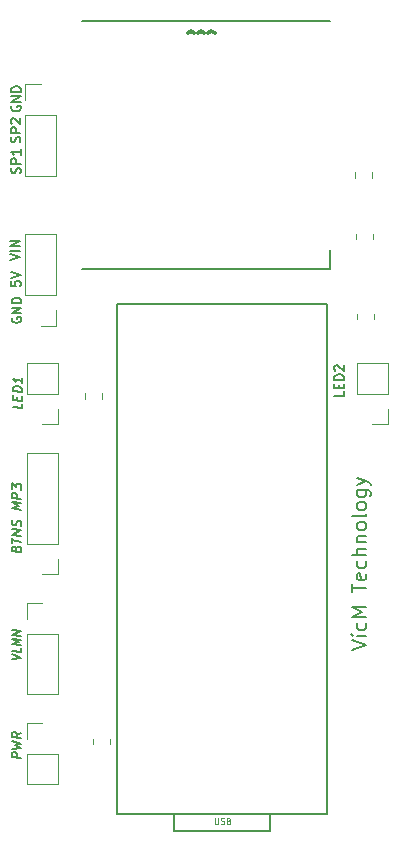
<source format=gto>
%TF.GenerationSoftware,KiCad,Pcbnew,(5.1.10)-1*%
%TF.CreationDate,2021-08-05T17:04:43+02:00*%
%TF.ProjectId,kiCAD_projects,6b694341-445f-4707-926f-6a656374732e,rev?*%
%TF.SameCoordinates,Original*%
%TF.FileFunction,Legend,Top*%
%TF.FilePolarity,Positive*%
%FSLAX46Y46*%
G04 Gerber Fmt 4.6, Leading zero omitted, Abs format (unit mm)*
G04 Created by KiCad (PCBNEW (5.1.10)-1) date 2021-08-05 17:04:43*
%MOMM*%
%LPD*%
G01*
G04 APERTURE LIST*
%ADD10C,0.150000*%
%ADD11C,0.100000*%
%ADD12C,0.300000*%
%ADD13C,0.120000*%
%ADD14C,0.200000*%
%ADD15C,0.075000*%
G04 APERTURE END LIST*
D10*
X512723084Y566634741D02*
X512723084Y566253789D01*
X511923084Y566253789D01*
X512304037Y566901408D02*
X512304037Y567168075D01*
X512723084Y567282360D02*
X512723084Y566901408D01*
X511923084Y566901408D01*
X511923084Y567282360D01*
X512723084Y567625218D02*
X511923084Y567625218D01*
X511923084Y567815694D01*
X511961180Y567929980D01*
X512037370Y568006170D01*
X512113560Y568044265D01*
X512265941Y568082360D01*
X512380227Y568082360D01*
X512532608Y568044265D01*
X512608799Y568006170D01*
X512684989Y567929980D01*
X512723084Y567815694D01*
X512723084Y567625218D01*
X511999275Y568387122D02*
X511961180Y568425218D01*
X511923084Y568501408D01*
X511923084Y568691884D01*
X511961180Y568768075D01*
X511999275Y568806170D01*
X512075465Y568844265D01*
X512151656Y568844265D01*
X512265941Y568806170D01*
X512723084Y568349027D01*
X512723084Y568844265D01*
X484628240Y572894536D02*
X484590144Y572818345D01*
X484590144Y572704060D01*
X484628240Y572589774D01*
X484704430Y572513583D01*
X484780620Y572475488D01*
X484933001Y572437393D01*
X485047287Y572437393D01*
X485199668Y572475488D01*
X485275859Y572513583D01*
X485352049Y572589774D01*
X485390144Y572704060D01*
X485390144Y572780250D01*
X485352049Y572894536D01*
X485313954Y572932631D01*
X485047287Y572932631D01*
X485047287Y572780250D01*
X485390144Y573275488D02*
X484590144Y573275488D01*
X485390144Y573732631D01*
X484590144Y573732631D01*
X485390144Y574113583D02*
X484590144Y574113583D01*
X484590144Y574304060D01*
X484628240Y574418345D01*
X484704430Y574494536D01*
X484780620Y574532631D01*
X484933001Y574570726D01*
X485047287Y574570726D01*
X485199668Y574532631D01*
X485275859Y574494536D01*
X485352049Y574418345D01*
X485390144Y574304060D01*
X485390144Y574113583D01*
X484615540Y590796456D02*
X484577444Y590720265D01*
X484577444Y590605980D01*
X484615540Y590491694D01*
X484691730Y590415503D01*
X484767920Y590377408D01*
X484920301Y590339313D01*
X485034587Y590339313D01*
X485186968Y590377408D01*
X485263159Y590415503D01*
X485339349Y590491694D01*
X485377444Y590605980D01*
X485377444Y590682170D01*
X485339349Y590796456D01*
X485301254Y590834551D01*
X485034587Y590834551D01*
X485034587Y590682170D01*
X485377444Y591177408D02*
X484577444Y591177408D01*
X485377444Y591634551D01*
X484577444Y591634551D01*
X485377444Y592015503D02*
X484577444Y592015503D01*
X484577444Y592205980D01*
X484615540Y592320265D01*
X484691730Y592396456D01*
X484767920Y592434551D01*
X484920301Y592472646D01*
X485034587Y592472646D01*
X485186968Y592434551D01*
X485263159Y592396456D01*
X485339349Y592320265D01*
X485377444Y592205980D01*
X485377444Y592015503D01*
X485501904Y565576956D02*
X485501904Y565196003D01*
X484701904Y565296003D01*
X485082857Y565896003D02*
X485082857Y566162670D01*
X485501904Y566224575D02*
X485501904Y565843622D01*
X484701904Y565943622D01*
X484701904Y566324575D01*
X485501904Y566567432D02*
X484701904Y566667432D01*
X484701904Y566857908D01*
X484740000Y566967432D01*
X484816190Y567034099D01*
X484892380Y567062670D01*
X485044761Y567081718D01*
X485159047Y567067432D01*
X485311428Y567010289D01*
X485387619Y566962670D01*
X485463809Y566876956D01*
X485501904Y566757908D01*
X485501904Y566567432D01*
X485501904Y567786480D02*
X485501904Y567329337D01*
X485501904Y567557908D02*
X484701904Y567657908D01*
X484816190Y567567432D01*
X484892380Y567481718D01*
X484930476Y567400765D01*
X485009197Y553324519D02*
X485047292Y553434042D01*
X485085387Y553467376D01*
X485161578Y553495947D01*
X485275863Y553481662D01*
X485352054Y553434042D01*
X485390149Y553391185D01*
X485428244Y553310233D01*
X485428244Y553005471D01*
X484628244Y553105471D01*
X484628244Y553372138D01*
X484666340Y553443566D01*
X484704435Y553476900D01*
X484780625Y553505471D01*
X484856816Y553495947D01*
X484933006Y553448328D01*
X484971101Y553405471D01*
X485009197Y553324519D01*
X485009197Y553057852D01*
X484628244Y553791185D02*
X484628244Y554248328D01*
X485428244Y553919757D02*
X484628244Y554019757D01*
X485428244Y554414995D02*
X484628244Y554514995D01*
X485428244Y554872138D01*
X484628244Y554972138D01*
X485390149Y555219757D02*
X485428244Y555329281D01*
X485428244Y555519757D01*
X485390149Y555600709D01*
X485352054Y555643566D01*
X485275863Y555691185D01*
X485199673Y555700709D01*
X485123482Y555672138D01*
X485085387Y555638804D01*
X485047292Y555567376D01*
X485009197Y555419757D01*
X484971101Y555348328D01*
X484933006Y555314995D01*
X484856816Y555286423D01*
X484780625Y555295947D01*
X484704435Y555343566D01*
X484666340Y555386423D01*
X484628244Y555467376D01*
X484628244Y555657852D01*
X484666340Y555767376D01*
X485428244Y556624519D02*
X484628244Y556724519D01*
X485199673Y556919757D01*
X484628244Y557257852D01*
X485428244Y557157852D01*
X485428244Y557538804D02*
X484628244Y557638804D01*
X484628244Y557943566D01*
X484666340Y558014995D01*
X484704435Y558048328D01*
X484780625Y558076900D01*
X484894911Y558062614D01*
X484971101Y558014995D01*
X485009197Y557972138D01*
X485047292Y557891185D01*
X485047292Y557586423D01*
X484628244Y558362614D02*
X484628244Y558857852D01*
X484933006Y558553090D01*
X484933006Y558667376D01*
X484971101Y558738804D01*
X485009197Y558772138D01*
X485085387Y558800709D01*
X485275863Y558776900D01*
X485352054Y558729281D01*
X485390149Y558686423D01*
X485428244Y558605471D01*
X485428244Y558376900D01*
X485390149Y558305471D01*
X485352054Y558272138D01*
X484623164Y543965561D02*
X485423164Y544098894D01*
X484623164Y544432227D01*
X485423164Y544898894D02*
X485423164Y544565561D01*
X484623164Y544665561D01*
X485423164Y545132227D02*
X484623164Y545232227D01*
X485194593Y545394132D01*
X484623164Y545698894D01*
X485423164Y545598894D01*
X485423164Y545932227D02*
X484623164Y546032227D01*
X485423164Y546332227D01*
X484623164Y546432227D01*
X485415544Y535560527D02*
X484615544Y535660527D01*
X484615544Y535965289D01*
X484653640Y536036718D01*
X484691735Y536070051D01*
X484767925Y536098622D01*
X484882211Y536084337D01*
X484958401Y536036718D01*
X484996497Y535993861D01*
X485034592Y535912908D01*
X485034592Y535608146D01*
X484615544Y536384337D02*
X485415544Y536474813D01*
X484844116Y536698622D01*
X485415544Y536779575D01*
X484615544Y537070051D01*
X485415544Y537731956D02*
X485034592Y537512908D01*
X485415544Y537274813D02*
X484615544Y537374813D01*
X484615544Y537679575D01*
X484653640Y537751003D01*
X484691735Y537784337D01*
X484767925Y537812908D01*
X484882211Y537798622D01*
X484958401Y537751003D01*
X484996497Y537708146D01*
X485034592Y537627194D01*
X485034592Y537322432D01*
D11*
D10*
X485319029Y585118336D02*
X485357124Y585232621D01*
X485357124Y585423098D01*
X485319029Y585499288D01*
X485280934Y585537383D01*
X485204743Y585575479D01*
X485128553Y585575479D01*
X485052362Y585537383D01*
X485014267Y585499288D01*
X484976172Y585423098D01*
X484938077Y585270717D01*
X484899981Y585194526D01*
X484861886Y585156431D01*
X484785696Y585118336D01*
X484709505Y585118336D01*
X484633315Y585156431D01*
X484595220Y585194526D01*
X484557124Y585270717D01*
X484557124Y585461193D01*
X484595220Y585575479D01*
X485357124Y585918336D02*
X484557124Y585918336D01*
X484557124Y586223098D01*
X484595220Y586299288D01*
X484633315Y586337383D01*
X484709505Y586375479D01*
X484823791Y586375479D01*
X484899981Y586337383D01*
X484938077Y586299288D01*
X484976172Y586223098D01*
X484976172Y585918336D01*
X485357124Y587137383D02*
X485357124Y586680240D01*
X485357124Y586908812D02*
X484557124Y586908812D01*
X484671410Y586832621D01*
X484747600Y586756431D01*
X484785696Y586680240D01*
X485278389Y587734536D02*
X485316484Y587848821D01*
X485316484Y588039298D01*
X485278389Y588115488D01*
X485240294Y588153583D01*
X485164103Y588191679D01*
X485087913Y588191679D01*
X485011722Y588153583D01*
X484973627Y588115488D01*
X484935532Y588039298D01*
X484897437Y587886917D01*
X484859341Y587810726D01*
X484821246Y587772631D01*
X484745056Y587734536D01*
X484668865Y587734536D01*
X484592675Y587772631D01*
X484554580Y587810726D01*
X484516484Y587886917D01*
X484516484Y588077393D01*
X484554580Y588191679D01*
X485316484Y588534536D02*
X484516484Y588534536D01*
X484516484Y588839298D01*
X484554580Y588915488D01*
X484592675Y588953583D01*
X484668865Y588991679D01*
X484783151Y588991679D01*
X484859341Y588953583D01*
X484897437Y588915488D01*
X484935532Y588839298D01*
X484935532Y588534536D01*
X484592675Y589296440D02*
X484554580Y589334536D01*
X484516484Y589410726D01*
X484516484Y589601202D01*
X484554580Y589677393D01*
X484592675Y589715488D01*
X484668865Y589753583D01*
X484745056Y589753583D01*
X484859341Y589715488D01*
X485316484Y589258345D01*
X485316484Y589753583D01*
X484491084Y577735809D02*
X485291084Y578002476D01*
X484491084Y578269142D01*
X485291084Y578535809D02*
X484491084Y578535809D01*
X485291084Y578916761D02*
X484491084Y578916761D01*
X485291084Y579373904D01*
X484491084Y579373904D01*
D12*
X501776857Y596943571D02*
X501491142Y597157857D01*
X501205428Y596943571D01*
X500919714Y596943571D02*
X500634000Y597157857D01*
X500348285Y596943571D01*
X500062571Y596943571D02*
X499776857Y597157857D01*
X499491142Y596943571D01*
D10*
X484569824Y575955179D02*
X484569824Y575574226D01*
X484950777Y575536131D01*
X484912681Y575574226D01*
X484874586Y575650417D01*
X484874586Y575840893D01*
X484912681Y575917083D01*
X484950777Y575955179D01*
X485026967Y575993274D01*
X485217443Y575993274D01*
X485293634Y575955179D01*
X485331729Y575917083D01*
X485369824Y575840893D01*
X485369824Y575650417D01*
X485331729Y575574226D01*
X485293634Y575536131D01*
X484569824Y576221845D02*
X485369824Y576488512D01*
X484569824Y576755179D01*
X513418537Y544749634D02*
X514618537Y545149634D01*
X513418537Y545549634D01*
X514618537Y545949634D02*
X513818537Y545949634D01*
X513361394Y546063920D02*
X513532822Y545892491D01*
X514561394Y547035348D02*
X514618537Y546921062D01*
X514618537Y546692491D01*
X514561394Y546578205D01*
X514504251Y546521062D01*
X514389965Y546463920D01*
X514047108Y546463920D01*
X513932822Y546521062D01*
X513875680Y546578205D01*
X513818537Y546692491D01*
X513818537Y546921062D01*
X513875680Y547035348D01*
X514618537Y547549634D02*
X513418537Y547549634D01*
X514275680Y547949634D01*
X513418537Y548349634D01*
X514618537Y548349634D01*
X513418537Y549663920D02*
X513418537Y550349634D01*
X514618537Y550006777D02*
X513418537Y550006777D01*
X514561394Y551206777D02*
X514618537Y551092491D01*
X514618537Y550863920D01*
X514561394Y550749634D01*
X514447108Y550692491D01*
X513989965Y550692491D01*
X513875680Y550749634D01*
X513818537Y550863920D01*
X513818537Y551092491D01*
X513875680Y551206777D01*
X513989965Y551263920D01*
X514104251Y551263920D01*
X514218537Y550692491D01*
X514561394Y552292491D02*
X514618537Y552178205D01*
X514618537Y551949634D01*
X514561394Y551835348D01*
X514504251Y551778205D01*
X514389965Y551721062D01*
X514047108Y551721062D01*
X513932822Y551778205D01*
X513875680Y551835348D01*
X513818537Y551949634D01*
X513818537Y552178205D01*
X513875680Y552292491D01*
X514618537Y552806777D02*
X513418537Y552806777D01*
X514618537Y553321062D02*
X513989965Y553321062D01*
X513875680Y553263920D01*
X513818537Y553149634D01*
X513818537Y552978205D01*
X513875680Y552863920D01*
X513932822Y552806777D01*
X513818537Y553892491D02*
X514618537Y553892491D01*
X513932822Y553892491D02*
X513875680Y553949634D01*
X513818537Y554063920D01*
X513818537Y554235348D01*
X513875680Y554349634D01*
X513989965Y554406777D01*
X514618537Y554406777D01*
X514618537Y555149634D02*
X514561394Y555035348D01*
X514504251Y554978205D01*
X514389965Y554921062D01*
X514047108Y554921062D01*
X513932822Y554978205D01*
X513875680Y555035348D01*
X513818537Y555149634D01*
X513818537Y555321062D01*
X513875680Y555435348D01*
X513932822Y555492491D01*
X514047108Y555549634D01*
X514389965Y555549634D01*
X514504251Y555492491D01*
X514561394Y555435348D01*
X514618537Y555321062D01*
X514618537Y555149634D01*
X514618537Y556235348D02*
X514561394Y556121062D01*
X514447108Y556063920D01*
X513418537Y556063920D01*
X514618537Y556863920D02*
X514561394Y556749634D01*
X514504251Y556692491D01*
X514389965Y556635348D01*
X514047108Y556635348D01*
X513932822Y556692491D01*
X513875680Y556749634D01*
X513818537Y556863920D01*
X513818537Y557035348D01*
X513875680Y557149634D01*
X513932822Y557206777D01*
X514047108Y557263920D01*
X514389965Y557263920D01*
X514504251Y557206777D01*
X514561394Y557149634D01*
X514618537Y557035348D01*
X514618537Y556863920D01*
X513818537Y558292491D02*
X514789965Y558292491D01*
X514904251Y558235348D01*
X514961394Y558178205D01*
X515018537Y558063920D01*
X515018537Y557892491D01*
X514961394Y557778205D01*
X514561394Y558292491D02*
X514618537Y558178205D01*
X514618537Y557949634D01*
X514561394Y557835348D01*
X514504251Y557778205D01*
X514389965Y557721062D01*
X514047108Y557721062D01*
X513932822Y557778205D01*
X513875680Y557835348D01*
X513818537Y557949634D01*
X513818537Y558178205D01*
X513875680Y558292491D01*
X513818537Y558749634D02*
X514618537Y559035348D01*
X513818537Y559321062D02*
X514618537Y559035348D01*
X514904251Y558921062D01*
X514961394Y558863920D01*
X515018537Y558749634D01*
D13*
%TO.C,J5*%
X516477560Y569060640D02*
X513817560Y569060640D01*
X516477560Y566460640D02*
X516477560Y569060640D01*
X513817560Y566460640D02*
X513817560Y569060640D01*
X516477560Y566460640D02*
X513817560Y566460640D01*
X516477560Y565190640D02*
X516477560Y563860640D01*
X516477560Y563860640D02*
X515147560Y563860640D01*
%TO.C,J3*%
X488535020Y569040320D02*
X485875020Y569040320D01*
X488535020Y566440320D02*
X488535020Y569040320D01*
X485875020Y566440320D02*
X485875020Y569040320D01*
X488535020Y566440320D02*
X485875020Y566440320D01*
X488535020Y565170320D02*
X488535020Y563840320D01*
X488535020Y563840320D02*
X487205020Y563840320D01*
D14*
%TO.C,U1*%
X511515000Y598002000D02*
X490515000Y598002000D01*
X490515000Y577002000D02*
X511515000Y577002000D01*
X511515000Y577002000D02*
X511515000Y578612000D01*
D10*
%TO.C,A1*%
X493547400Y574065400D02*
X493547400Y530885400D01*
X511327400Y574065400D02*
X511327400Y530885400D01*
X493547400Y530885400D02*
X511327400Y530885400D01*
X493547400Y574065400D02*
X511327400Y574065400D01*
X506501400Y529435400D02*
X506501400Y530885400D01*
X498373400Y529435400D02*
X506501400Y529435400D01*
X498373400Y530885400D02*
X498373400Y529435400D01*
D13*
%TO.C,J2*%
X485715000Y584896920D02*
X488375000Y584896920D01*
X485715000Y590036920D02*
X485715000Y584896920D01*
X488375000Y590036920D02*
X488375000Y584896920D01*
X485715000Y590036920D02*
X488375000Y590036920D01*
X485715000Y591306920D02*
X485715000Y592636920D01*
X485715000Y592636920D02*
X487045000Y592636920D01*
%TO.C,R1*%
X513678500Y584745856D02*
X513678500Y585199984D01*
X515148500Y584745856D02*
X515148500Y585199984D01*
%TO.C,R2*%
X515186600Y579508376D02*
X515186600Y579962504D01*
X513716600Y579508376D02*
X513716600Y579962504D01*
%TO.C,J1*%
X485859780Y538562860D02*
X487189780Y538562860D01*
X485859780Y537232860D02*
X485859780Y538562860D01*
X485859780Y535962860D02*
X488519780Y535962860D01*
X488519780Y535962860D02*
X488519780Y533362860D01*
X485859780Y535962860D02*
X485859780Y533362860D01*
X485859780Y533362860D02*
X488519780Y533362860D01*
%TO.C,J4*%
X488535020Y551147940D02*
X487205020Y551147940D01*
X488535020Y552477940D02*
X488535020Y551147940D01*
X488535020Y553747940D02*
X485875020Y553747940D01*
X485875020Y553747940D02*
X485875020Y561427940D01*
X488535020Y553747940D02*
X488535020Y561427940D01*
X488535020Y561427940D02*
X485875020Y561427940D01*
%TO.C,J6*%
X485872480Y548725400D02*
X487202480Y548725400D01*
X485872480Y547395400D02*
X485872480Y548725400D01*
X485872480Y546125400D02*
X488532480Y546125400D01*
X488532480Y546125400D02*
X488532480Y540985400D01*
X485872480Y546125400D02*
X485872480Y540985400D01*
X485872480Y540985400D02*
X488532480Y540985400D01*
%TO.C,R3*%
X492260560Y566481204D02*
X492260560Y566027076D01*
X490790560Y566481204D02*
X490790560Y566027076D01*
%TO.C,R4*%
X515308520Y572739276D02*
X515308520Y573193404D01*
X513838520Y572739276D02*
X513838520Y573193404D01*
%TO.C,R5*%
X492936200Y537199064D02*
X492936200Y536744936D01*
X491466200Y537199064D02*
X491466200Y536744936D01*
%TO.C,J7*%
X488375000Y579957240D02*
X485715000Y579957240D01*
X488375000Y574817240D02*
X488375000Y579957240D01*
X485715000Y574817240D02*
X485715000Y579957240D01*
X488375000Y574817240D02*
X485715000Y574817240D01*
X488375000Y573547240D02*
X488375000Y572217240D01*
X488375000Y572217240D02*
X487045000Y572217240D01*
%TD*%
%TO.C,A1*%
D15*
X501806447Y530524209D02*
X501806447Y530119447D01*
X501830257Y530071828D01*
X501854066Y530048019D01*
X501901685Y530024209D01*
X501996923Y530024209D01*
X502044542Y530048019D01*
X502068352Y530071828D01*
X502092161Y530119447D01*
X502092161Y530524209D01*
X502306447Y530048019D02*
X502377876Y530024209D01*
X502496923Y530024209D01*
X502544542Y530048019D01*
X502568352Y530071828D01*
X502592161Y530119447D01*
X502592161Y530167066D01*
X502568352Y530214685D01*
X502544542Y530238495D01*
X502496923Y530262304D01*
X502401685Y530286114D01*
X502354066Y530309923D01*
X502330257Y530333733D01*
X502306447Y530381352D01*
X502306447Y530428971D01*
X502330257Y530476590D01*
X502354066Y530500400D01*
X502401685Y530524209D01*
X502520733Y530524209D01*
X502592161Y530500400D01*
X502973114Y530286114D02*
X503044542Y530262304D01*
X503068352Y530238495D01*
X503092161Y530190876D01*
X503092161Y530119447D01*
X503068352Y530071828D01*
X503044542Y530048019D01*
X502996923Y530024209D01*
X502806447Y530024209D01*
X502806447Y530524209D01*
X502973114Y530524209D01*
X503020733Y530500400D01*
X503044542Y530476590D01*
X503068352Y530428971D01*
X503068352Y530381352D01*
X503044542Y530333733D01*
X503020733Y530309923D01*
X502973114Y530286114D01*
X502806447Y530286114D01*
%TD*%
M02*

</source>
